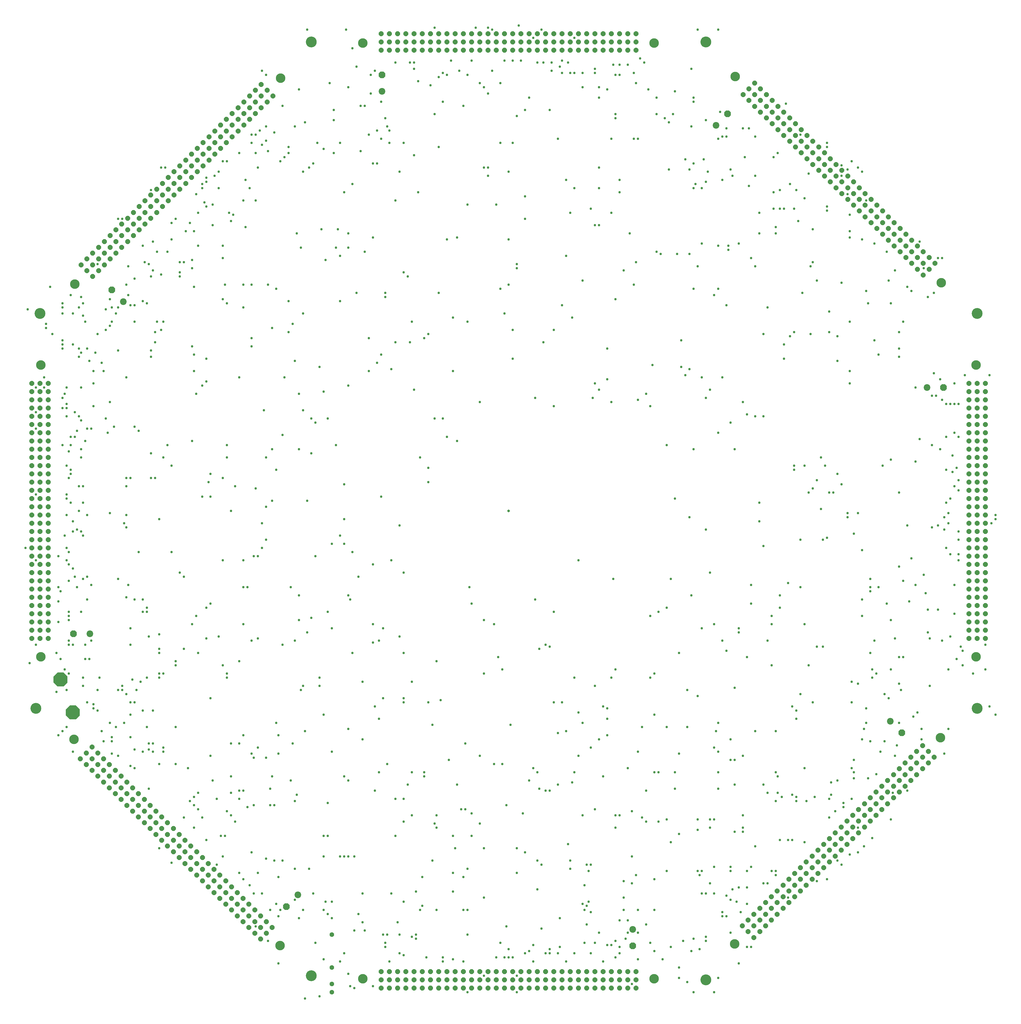
<source format=gbr>
G04 EAGLE Gerber RS-274X export*
G75*
%MOMM*%
%FSLAX34Y34*%
%LPD*%
%INSoldermask Top*%
%IPPOS*%
%AMOC8*
5,1,8,0,0,1.08239X$1,22.5*%
G01*
%ADD10C,0.802400*%
%ADD11C,3.352400*%
%ADD12P,1.649562X8X202.500000*%
%ADD13C,2.946400*%
%ADD14P,1.649562X8X292.500000*%
%ADD15P,1.649562X8X112.500000*%
%ADD16P,1.649562X8X67.500000*%
%ADD17P,1.649562X8X157.500000*%
%ADD18P,1.649562X8X337.500000*%
%ADD19P,1.649562X8X247.500000*%
%ADD20P,4.673760X8X22.500000*%
%ADD21P,1.484606X8X292.500000*%
%ADD22P,1.484606X8X112.500000*%
%ADD23C,2.057400*%
%ADD24P,2.226909X8X202.500000*%
%ADD25P,2.226909X8X247.500000*%
%ADD26P,2.226909X8X292.500000*%
%ADD27P,2.226909X8X337.500000*%
%ADD28P,2.226909X8X22.500000*%
%ADD29P,2.226909X8X67.500000*%
%ADD30P,1.649562X8X22.500000*%
%ADD31P,2.226909X8X112.500000*%
%ADD32P,2.226909X8X157.500000*%
%ADD33C,0.762000*%


D10*
X0Y0D03*
D11*
X-609600Y1447800D03*
X609600Y1447800D03*
X1447800Y609600D03*
X1447800Y-609600D03*
X-1447800Y609600D03*
X-1460500Y-609600D03*
X609600Y-1447800D03*
X-609600Y-1435100D03*
D12*
X-1422400Y-393700D03*
X-1422400Y-368300D03*
X-1422400Y-342900D03*
X-1422400Y-317500D03*
X-1422400Y-292100D03*
X-1422400Y-266700D03*
X-1422400Y-241300D03*
X-1422400Y-215900D03*
X-1422400Y-190500D03*
X-1422400Y-165100D03*
X-1422400Y-139700D03*
X-1422400Y-114300D03*
X-1422400Y-88900D03*
X-1422400Y-63500D03*
X-1422400Y-38100D03*
X-1422400Y-12700D03*
X-1422400Y12700D03*
X-1422400Y38100D03*
X-1422400Y63500D03*
X-1422400Y88900D03*
X-1422400Y114300D03*
X-1422400Y139700D03*
X-1422400Y165100D03*
X-1422400Y190500D03*
X-1422400Y215900D03*
X-1422400Y241300D03*
X-1422400Y266700D03*
X-1422400Y292100D03*
X-1422400Y317500D03*
X-1422400Y342900D03*
X-1422400Y368300D03*
X-1422400Y393700D03*
X-1473200Y-393700D03*
X-1473200Y-368300D03*
X-1473200Y-342900D03*
X-1473200Y-317500D03*
X-1473200Y-292100D03*
X-1473200Y-266700D03*
X-1473200Y-241300D03*
X-1473200Y-215900D03*
X-1473200Y-190500D03*
X-1473200Y-165100D03*
X-1473200Y-139700D03*
X-1473200Y-114300D03*
X-1473200Y-88900D03*
X-1473200Y-63500D03*
X-1473200Y-38100D03*
X-1473200Y-12700D03*
X-1473200Y12700D03*
X-1473200Y38100D03*
X-1473200Y63500D03*
X-1473200Y88900D03*
X-1473200Y114300D03*
X-1473200Y139700D03*
X-1473200Y165100D03*
X-1473200Y190500D03*
X-1473200Y215900D03*
X-1473200Y241300D03*
X-1473200Y266700D03*
X-1473200Y292100D03*
X-1473200Y317500D03*
X-1473200Y342900D03*
X-1473200Y368300D03*
X-1473200Y393700D03*
X-1447800Y-393700D03*
X-1447800Y-368300D03*
X-1447800Y-342900D03*
X-1447800Y-317500D03*
X-1447800Y-292100D03*
X-1447800Y-266700D03*
X-1447800Y-241300D03*
X-1447800Y-215900D03*
X-1447800Y-190500D03*
X-1447800Y-165100D03*
X-1447800Y-139700D03*
X-1447800Y-114300D03*
X-1447800Y-88900D03*
X-1447800Y-63500D03*
X-1447800Y-38100D03*
X-1447800Y-12700D03*
X-1447800Y12700D03*
X-1447800Y38100D03*
X-1447800Y63500D03*
X-1447800Y88900D03*
X-1447800Y114300D03*
X-1447800Y139700D03*
X-1447800Y165100D03*
X-1447800Y190500D03*
X-1447800Y215900D03*
X-1447800Y241300D03*
X-1447800Y266700D03*
X-1447800Y292100D03*
X-1447800Y317500D03*
X-1447800Y342900D03*
X-1447800Y368300D03*
X-1447800Y393700D03*
D13*
X-1444752Y-450088D03*
X-1444752Y450088D03*
D14*
X393700Y-1422400D03*
X368300Y-1422400D03*
X342900Y-1422400D03*
X317500Y-1422400D03*
X292100Y-1422400D03*
X266700Y-1422400D03*
X241300Y-1422400D03*
X215900Y-1422400D03*
X190500Y-1422400D03*
X165100Y-1422400D03*
X139700Y-1422400D03*
X114300Y-1422400D03*
X88900Y-1422400D03*
X63500Y-1422400D03*
X38100Y-1422400D03*
X12700Y-1422400D03*
X-12700Y-1422400D03*
X-38100Y-1422400D03*
X-63500Y-1422400D03*
X-88900Y-1422400D03*
X-114300Y-1422400D03*
X-139700Y-1422400D03*
X-165100Y-1422400D03*
X-190500Y-1422400D03*
X-215900Y-1422400D03*
X-241300Y-1422400D03*
X-266700Y-1422400D03*
X-292100Y-1422400D03*
X-317500Y-1422400D03*
X-342900Y-1422400D03*
X-368300Y-1422400D03*
X-393700Y-1422400D03*
X393700Y-1473200D03*
X368300Y-1473200D03*
X342900Y-1473200D03*
X317500Y-1473200D03*
X292100Y-1473200D03*
X266700Y-1473200D03*
X241300Y-1473200D03*
X215900Y-1473200D03*
X190500Y-1473200D03*
X165100Y-1473200D03*
X139700Y-1473200D03*
X114300Y-1473200D03*
X88900Y-1473200D03*
X63500Y-1473200D03*
X38100Y-1473200D03*
X12700Y-1473200D03*
X-12700Y-1473200D03*
X-38100Y-1473200D03*
X-63500Y-1473200D03*
X-88900Y-1473200D03*
X-114300Y-1473200D03*
X-139700Y-1473200D03*
X-165100Y-1473200D03*
X-190500Y-1473200D03*
X-215900Y-1473200D03*
X-241300Y-1473200D03*
X-266700Y-1473200D03*
X-292100Y-1473200D03*
X-317500Y-1473200D03*
X-342900Y-1473200D03*
X-368300Y-1473200D03*
X-393700Y-1473200D03*
X393700Y-1447800D03*
X368300Y-1447800D03*
X342900Y-1447800D03*
X317500Y-1447800D03*
X292100Y-1447800D03*
X266700Y-1447800D03*
X241300Y-1447800D03*
X215900Y-1447800D03*
X190500Y-1447800D03*
X165100Y-1447800D03*
X139700Y-1447800D03*
X114300Y-1447800D03*
X88900Y-1447800D03*
X63500Y-1447800D03*
X38100Y-1447800D03*
X12700Y-1447800D03*
X-12700Y-1447800D03*
X-38100Y-1447800D03*
X-63500Y-1447800D03*
X-88900Y-1447800D03*
X-114300Y-1447800D03*
X-139700Y-1447800D03*
X-165100Y-1447800D03*
X-190500Y-1447800D03*
X-215900Y-1447800D03*
X-241300Y-1447800D03*
X-266700Y-1447800D03*
X-292100Y-1447800D03*
X-317500Y-1447800D03*
X-342900Y-1447800D03*
X-368300Y-1447800D03*
X-393700Y-1447800D03*
D13*
X450088Y-1444752D03*
X-450088Y-1444752D03*
D15*
X-393700Y1422400D03*
X-368300Y1422400D03*
X-342900Y1422400D03*
X-317500Y1422400D03*
X-292100Y1422400D03*
X-266700Y1422400D03*
X-241300Y1422400D03*
X-215900Y1422400D03*
X-190500Y1422400D03*
X-165100Y1422400D03*
X-139700Y1422400D03*
X-114300Y1422400D03*
X-88900Y1422400D03*
X-63500Y1422400D03*
X-38100Y1422400D03*
X-12700Y1422400D03*
X12700Y1422400D03*
X38100Y1422400D03*
X63500Y1422400D03*
X88900Y1422400D03*
X114300Y1422400D03*
X139700Y1422400D03*
X165100Y1422400D03*
X190500Y1422400D03*
X215900Y1422400D03*
X241300Y1422400D03*
X266700Y1422400D03*
X292100Y1422400D03*
X317500Y1422400D03*
X342900Y1422400D03*
X368300Y1422400D03*
X393700Y1422400D03*
X-393700Y1473200D03*
X-368300Y1473200D03*
X-342900Y1473200D03*
X-317500Y1473200D03*
X-292100Y1473200D03*
X-266700Y1473200D03*
X-241300Y1473200D03*
X-215900Y1473200D03*
X-190500Y1473200D03*
X-165100Y1473200D03*
X-139700Y1473200D03*
X-114300Y1473200D03*
X-88900Y1473200D03*
X-63500Y1473200D03*
X-38100Y1473200D03*
X-12700Y1473200D03*
X12700Y1473200D03*
X38100Y1473200D03*
X63500Y1473200D03*
X88900Y1473200D03*
X114300Y1473200D03*
X139700Y1473200D03*
X165100Y1473200D03*
X190500Y1473200D03*
X215900Y1473200D03*
X241300Y1473200D03*
X266700Y1473200D03*
X292100Y1473200D03*
X317500Y1473200D03*
X342900Y1473200D03*
X368300Y1473200D03*
X393700Y1473200D03*
X-393700Y1447800D03*
X-368300Y1447800D03*
X-342900Y1447800D03*
X-317500Y1447800D03*
X-292100Y1447800D03*
X-266700Y1447800D03*
X-241300Y1447800D03*
X-215900Y1447800D03*
X-190500Y1447800D03*
X-165100Y1447800D03*
X-139700Y1447800D03*
X-114300Y1447800D03*
X-88900Y1447800D03*
X-63500Y1447800D03*
X-38100Y1447800D03*
X-12700Y1447800D03*
X12700Y1447800D03*
X38100Y1447800D03*
X63500Y1447800D03*
X88900Y1447800D03*
X114300Y1447800D03*
X139700Y1447800D03*
X165100Y1447800D03*
X190500Y1447800D03*
X215900Y1447800D03*
X241300Y1447800D03*
X266700Y1447800D03*
X292100Y1447800D03*
X317500Y1447800D03*
X342900Y1447800D03*
X368300Y1447800D03*
X393700Y1447800D03*
D13*
X-450088Y1444752D03*
X450088Y1444752D03*
D16*
X724829Y1285109D03*
X742790Y1267148D03*
X760750Y1249188D03*
X778711Y1231227D03*
X796671Y1213267D03*
X814632Y1195306D03*
X832592Y1177346D03*
X850553Y1159385D03*
X868513Y1141425D03*
X886474Y1123464D03*
X904434Y1105504D03*
X922395Y1087543D03*
X940355Y1069583D03*
X958316Y1051622D03*
X976276Y1033662D03*
X994237Y1015701D03*
X1012197Y997741D03*
X1030158Y979780D03*
X1048118Y961820D03*
X1066079Y943859D03*
X1084039Y925899D03*
X1102000Y907938D03*
X1119960Y889978D03*
X1137921Y872017D03*
X1155881Y854057D03*
X1173842Y836096D03*
X1191802Y818136D03*
X1209763Y800175D03*
X1227723Y782215D03*
X1245684Y764254D03*
X1263644Y746293D03*
X1281605Y728333D03*
X760750Y1321030D03*
X778711Y1303069D03*
X796671Y1285109D03*
X814632Y1267148D03*
X832592Y1249188D03*
X850553Y1231227D03*
X868513Y1213267D03*
X886474Y1195306D03*
X904434Y1177346D03*
X922395Y1159385D03*
X940355Y1141425D03*
X958316Y1123464D03*
X976276Y1105504D03*
X994237Y1087543D03*
X1012197Y1069583D03*
X1030158Y1051622D03*
X1048118Y1033662D03*
X1066079Y1015701D03*
X1084039Y997741D03*
X1102000Y979780D03*
X1119960Y961820D03*
X1137921Y943859D03*
X1155881Y925899D03*
X1173842Y907938D03*
X1191802Y889978D03*
X1209763Y872017D03*
X1227723Y854057D03*
X1245684Y836096D03*
X1263644Y818136D03*
X1281605Y800175D03*
X1299565Y782215D03*
X1317526Y764254D03*
X742790Y1303069D03*
X760750Y1285109D03*
X778711Y1267148D03*
X796671Y1249188D03*
X814632Y1231227D03*
X832592Y1213267D03*
X850553Y1195306D03*
X868513Y1177346D03*
X886474Y1159385D03*
X904434Y1141425D03*
X922395Y1123464D03*
X940355Y1105504D03*
X958316Y1087543D03*
X976276Y1069583D03*
X994237Y1051622D03*
X1012197Y1033662D03*
X1030158Y1015701D03*
X1048118Y997741D03*
X1066079Y979780D03*
X1084039Y961820D03*
X1102000Y943859D03*
X1119960Y925899D03*
X1137921Y907938D03*
X1155881Y889978D03*
X1173842Y872017D03*
X1191802Y854057D03*
X1209763Y836096D03*
X1227723Y818136D03*
X1245684Y800175D03*
X1263644Y782215D03*
X1281605Y764254D03*
X1299565Y746293D03*
D13*
X700762Y1340786D03*
X1337282Y704266D03*
D17*
X-1284769Y724009D03*
X-1266809Y741970D03*
X-1248848Y759930D03*
X-1230888Y777891D03*
X-1212927Y795851D03*
X-1194967Y813812D03*
X-1177006Y831772D03*
X-1159046Y849733D03*
X-1141085Y867694D03*
X-1123125Y885654D03*
X-1105164Y903615D03*
X-1087204Y921575D03*
X-1069243Y939536D03*
X-1051283Y957496D03*
X-1033322Y975457D03*
X-1015362Y993417D03*
X-997401Y1011378D03*
X-979441Y1029338D03*
X-961480Y1047299D03*
X-943520Y1065259D03*
X-925559Y1083220D03*
X-907599Y1101180D03*
X-889638Y1119141D03*
X-871678Y1137101D03*
X-853717Y1155062D03*
X-835757Y1173022D03*
X-817796Y1190983D03*
X-799836Y1208943D03*
X-781875Y1226904D03*
X-763915Y1244864D03*
X-745954Y1262825D03*
X-727994Y1280785D03*
X-1320690Y759930D03*
X-1302730Y777891D03*
X-1284769Y795851D03*
X-1266809Y813812D03*
X-1248848Y831772D03*
X-1230888Y849733D03*
X-1212927Y867694D03*
X-1194967Y885654D03*
X-1177006Y903615D03*
X-1159046Y921575D03*
X-1141085Y939536D03*
X-1123125Y957496D03*
X-1105164Y975457D03*
X-1087204Y993417D03*
X-1069243Y1011378D03*
X-1051283Y1029338D03*
X-1033322Y1047299D03*
X-1015362Y1065259D03*
X-997401Y1083220D03*
X-979441Y1101180D03*
X-961480Y1119141D03*
X-943520Y1137101D03*
X-925559Y1155062D03*
X-907599Y1173022D03*
X-889638Y1190983D03*
X-871678Y1208943D03*
X-853717Y1226904D03*
X-835757Y1244864D03*
X-817796Y1262825D03*
X-799836Y1280785D03*
X-781875Y1298746D03*
X-763915Y1316706D03*
X-1302730Y741970D03*
X-1284769Y759930D03*
X-1266809Y777891D03*
X-1248848Y795851D03*
X-1230888Y813812D03*
X-1212927Y831772D03*
X-1194967Y849733D03*
X-1177006Y867694D03*
X-1159046Y885654D03*
X-1141085Y903615D03*
X-1123125Y921575D03*
X-1105164Y939536D03*
X-1087204Y957496D03*
X-1069243Y975457D03*
X-1051283Y993417D03*
X-1033322Y1011378D03*
X-1015362Y1029338D03*
X-997401Y1047299D03*
X-979441Y1065259D03*
X-961480Y1083220D03*
X-943520Y1101180D03*
X-925559Y1119141D03*
X-907599Y1137101D03*
X-889638Y1155062D03*
X-871678Y1173022D03*
X-853717Y1190983D03*
X-835757Y1208943D03*
X-817796Y1226904D03*
X-799836Y1244864D03*
X-781875Y1262825D03*
X-763915Y1280785D03*
X-745954Y1298746D03*
D13*
X-1340447Y699942D03*
X-703926Y1336463D03*
D18*
X1279245Y-724274D03*
X1261284Y-742234D03*
X1243324Y-760195D03*
X1225363Y-778155D03*
X1207403Y-796116D03*
X1189442Y-814076D03*
X1171481Y-832037D03*
X1153521Y-849997D03*
X1135560Y-867958D03*
X1117600Y-885918D03*
X1099639Y-903879D03*
X1081679Y-921839D03*
X1063718Y-939800D03*
X1045758Y-957760D03*
X1027797Y-975721D03*
X1009837Y-993682D03*
X991876Y-1011642D03*
X973916Y-1029603D03*
X955955Y-1047563D03*
X937995Y-1065524D03*
X920034Y-1083484D03*
X902074Y-1101445D03*
X884113Y-1119405D03*
X866153Y-1137366D03*
X848192Y-1155326D03*
X830232Y-1173287D03*
X812271Y-1191247D03*
X794311Y-1209208D03*
X776350Y-1227168D03*
X758390Y-1245129D03*
X740429Y-1263089D03*
X722469Y-1281050D03*
X1315166Y-760195D03*
X1297205Y-778155D03*
X1279245Y-796116D03*
X1261284Y-814076D03*
X1243324Y-832037D03*
X1225363Y-849997D03*
X1207403Y-867958D03*
X1189442Y-885918D03*
X1171481Y-903879D03*
X1153521Y-921839D03*
X1135560Y-939800D03*
X1117600Y-957760D03*
X1099639Y-975721D03*
X1081679Y-993682D03*
X1063718Y-1011642D03*
X1045758Y-1029603D03*
X1027797Y-1047563D03*
X1009837Y-1065524D03*
X991876Y-1083484D03*
X973916Y-1101445D03*
X955955Y-1119405D03*
X937995Y-1137366D03*
X920034Y-1155326D03*
X902074Y-1173287D03*
X884113Y-1191247D03*
X866153Y-1209208D03*
X848192Y-1227168D03*
X830232Y-1245129D03*
X812271Y-1263089D03*
X794311Y-1281050D03*
X776350Y-1299010D03*
X758390Y-1316971D03*
X1297205Y-742234D03*
X1279245Y-760195D03*
X1261284Y-778155D03*
X1243324Y-796116D03*
X1225363Y-814076D03*
X1207403Y-832037D03*
X1189442Y-849997D03*
X1171481Y-867958D03*
X1153521Y-885918D03*
X1135560Y-903879D03*
X1117600Y-921839D03*
X1099639Y-939800D03*
X1081679Y-957760D03*
X1063718Y-975721D03*
X1045758Y-993682D03*
X1027797Y-1011642D03*
X1009837Y-1029603D03*
X991876Y-1047563D03*
X973916Y-1065524D03*
X955955Y-1083484D03*
X937995Y-1101445D03*
X920034Y-1119405D03*
X902074Y-1137366D03*
X884113Y-1155326D03*
X866153Y-1173287D03*
X848192Y-1191247D03*
X830232Y-1209208D03*
X812271Y-1227168D03*
X794311Y-1245129D03*
X776350Y-1263089D03*
X758390Y-1281050D03*
X740429Y-1299010D03*
D13*
X1334922Y-700207D03*
X698402Y-1336727D03*
D19*
X-730173Y-1286046D03*
X-748133Y-1268085D03*
X-766094Y-1250125D03*
X-784054Y-1232164D03*
X-802015Y-1214204D03*
X-819975Y-1196243D03*
X-837936Y-1178283D03*
X-855896Y-1160322D03*
X-873857Y-1142362D03*
X-891817Y-1124401D03*
X-909778Y-1106441D03*
X-927738Y-1088480D03*
X-945699Y-1070520D03*
X-963659Y-1052559D03*
X-981620Y-1034599D03*
X-999580Y-1016638D03*
X-1017541Y-998678D03*
X-1035501Y-980717D03*
X-1053462Y-962757D03*
X-1071422Y-944796D03*
X-1089383Y-926836D03*
X-1107343Y-908875D03*
X-1125304Y-890915D03*
X-1143264Y-872954D03*
X-1161225Y-854994D03*
X-1179185Y-837033D03*
X-1197146Y-819073D03*
X-1215106Y-801112D03*
X-1233067Y-783151D03*
X-1251027Y-765191D03*
X-1268988Y-747230D03*
X-1286948Y-729270D03*
X-766094Y-1321967D03*
X-784054Y-1304006D03*
X-802015Y-1286046D03*
X-819975Y-1268085D03*
X-837936Y-1250125D03*
X-855896Y-1232164D03*
X-873857Y-1214204D03*
X-891817Y-1196243D03*
X-909778Y-1178283D03*
X-927738Y-1160322D03*
X-945699Y-1142362D03*
X-963659Y-1124401D03*
X-981620Y-1106441D03*
X-999580Y-1088480D03*
X-1017541Y-1070520D03*
X-1035501Y-1052559D03*
X-1053462Y-1034599D03*
X-1071422Y-1016638D03*
X-1089383Y-998678D03*
X-1107343Y-980717D03*
X-1125304Y-962757D03*
X-1143264Y-944796D03*
X-1161225Y-926836D03*
X-1179185Y-908875D03*
X-1197146Y-890915D03*
X-1215106Y-872954D03*
X-1233067Y-854994D03*
X-1251027Y-837033D03*
X-1268988Y-819073D03*
X-1286948Y-801112D03*
X-1304909Y-783151D03*
X-1322869Y-765191D03*
X-748133Y-1304006D03*
X-766094Y-1286046D03*
X-784054Y-1268085D03*
X-802015Y-1250125D03*
X-819975Y-1232164D03*
X-837936Y-1214204D03*
X-855896Y-1196243D03*
X-873857Y-1178283D03*
X-891817Y-1160322D03*
X-909778Y-1142362D03*
X-927738Y-1124401D03*
X-945699Y-1106441D03*
X-963659Y-1088480D03*
X-981620Y-1070520D03*
X-999580Y-1052559D03*
X-1017541Y-1034599D03*
X-1035501Y-1016638D03*
X-1053462Y-998678D03*
X-1071422Y-980717D03*
X-1089383Y-962757D03*
X-1107343Y-944796D03*
X-1125304Y-926836D03*
X-1143264Y-908875D03*
X-1161225Y-890915D03*
X-1179185Y-872954D03*
X-1197146Y-854994D03*
X-1215106Y-837033D03*
X-1233067Y-819073D03*
X-1251027Y-801112D03*
X-1268988Y-783151D03*
X-1286948Y-765191D03*
X-1304909Y-747230D03*
D13*
X-706105Y-1341723D03*
X-1342626Y-705203D03*
D20*
X-1384300Y-520700D03*
X-1346200Y-622300D03*
D21*
X-546100Y-1460500D03*
X-546100Y-1485900D03*
D22*
X-546100Y-1409700D03*
X-546100Y-1308100D03*
D23*
X-1293859Y-379459D03*
D24*
X-1344659Y-379459D03*
D23*
X-650782Y-1185458D03*
D25*
X-686703Y-1221379D03*
D23*
X383817Y-1291680D03*
D26*
X383817Y-1342480D03*
D23*
X1179559Y-649241D03*
D27*
X1215480Y-685162D03*
D23*
X1293221Y381000D03*
D28*
X1344021Y381000D03*
D23*
X640899Y1190080D03*
D29*
X676820Y1226001D03*
D30*
X1422400Y393700D03*
X1422400Y368300D03*
X1422400Y342900D03*
X1422400Y317500D03*
X1422400Y292100D03*
X1422400Y266700D03*
X1422400Y241300D03*
X1422400Y215900D03*
X1422400Y190500D03*
X1422400Y165100D03*
X1422400Y139700D03*
X1422400Y114300D03*
X1422400Y88900D03*
X1422400Y63500D03*
X1422400Y38100D03*
X1422400Y12700D03*
X1422400Y-12700D03*
X1422400Y-38100D03*
X1422400Y-63500D03*
X1422400Y-88900D03*
X1422400Y-114300D03*
X1422400Y-139700D03*
X1422400Y-165100D03*
X1422400Y-190500D03*
X1422400Y-215900D03*
X1422400Y-241300D03*
X1422400Y-266700D03*
X1422400Y-292100D03*
X1422400Y-317500D03*
X1422400Y-342900D03*
X1422400Y-368300D03*
X1422400Y-393700D03*
X1473200Y393700D03*
X1473200Y368300D03*
X1473200Y342900D03*
X1473200Y317500D03*
X1473200Y292100D03*
X1473200Y266700D03*
X1473200Y241300D03*
X1473200Y215900D03*
X1473200Y190500D03*
X1473200Y165100D03*
X1473200Y139700D03*
X1473200Y114300D03*
X1473200Y88900D03*
X1473200Y63500D03*
X1473200Y38100D03*
X1473200Y12700D03*
X1473200Y-12700D03*
X1473200Y-38100D03*
X1473200Y-63500D03*
X1473200Y-88900D03*
X1473200Y-114300D03*
X1473200Y-139700D03*
X1473200Y-165100D03*
X1473200Y-190500D03*
X1473200Y-215900D03*
X1473200Y-241300D03*
X1473200Y-266700D03*
X1473200Y-292100D03*
X1473200Y-317500D03*
X1473200Y-342900D03*
X1473200Y-368300D03*
X1473200Y-393700D03*
X1447800Y393700D03*
X1447800Y368300D03*
X1447800Y342900D03*
X1447800Y317500D03*
X1447800Y292100D03*
X1447800Y266700D03*
X1447800Y241300D03*
X1447800Y215900D03*
X1447800Y190500D03*
X1447800Y165100D03*
X1447800Y139700D03*
X1447800Y114300D03*
X1447800Y88900D03*
X1447800Y63500D03*
X1447800Y38100D03*
X1447800Y12700D03*
X1447800Y-12700D03*
X1447800Y-38100D03*
X1447800Y-63500D03*
X1447800Y-88900D03*
X1447800Y-114300D03*
X1447800Y-139700D03*
X1447800Y-165100D03*
X1447800Y-190500D03*
X1447800Y-215900D03*
X1447800Y-241300D03*
X1447800Y-266700D03*
X1447800Y-292100D03*
X1447800Y-317500D03*
X1447800Y-342900D03*
X1447800Y-368300D03*
X1447800Y-393700D03*
D13*
X1444752Y450088D03*
X1444752Y-450088D03*
D23*
X-390618Y1295400D03*
D31*
X-390618Y1346200D03*
D23*
X-1190080Y646159D03*
D32*
X-1226001Y682080D03*
D33*
X-647700Y-336550D03*
X-1358900Y-336550D03*
X412750Y-946150D03*
X-736600Y-908050D03*
X1193800Y-755650D03*
X723900Y-755650D03*
X723900Y-939800D03*
X-1174750Y666750D03*
X-869950Y641350D03*
X730250Y1092200D03*
X-406400Y1073150D03*
X723900Y336550D03*
X438150Y-1333500D03*
X438150Y-514350D03*
X1123950Y-514350D03*
X-1358900Y-323850D03*
X438150Y-323850D03*
X-1327150Y628650D03*
X-1327150Y501650D03*
X-965200Y361950D03*
X-965200Y-323850D03*
X-736600Y-1231900D03*
X-609600Y-330200D03*
X-469900Y1371600D03*
X-495300Y-260350D03*
X1365250Y330200D03*
X438150Y323850D03*
X482600Y1212850D03*
X-704850Y-1231900D03*
X463550Y-958850D03*
X1263650Y-622300D03*
X641350Y-679450D03*
X463550Y-806450D03*
X-1390650Y-342900D03*
X-1301750Y-273050D03*
X-1289050Y254000D03*
X-1377950Y514350D03*
X-1377950Y628650D03*
X-552450Y1320800D03*
X-495300Y387350D03*
X-1320800Y381000D03*
X1339850Y342900D03*
X393700Y1320800D03*
X425450Y361950D03*
X412750Y-666750D03*
X-1428750Y577850D03*
X-1377950Y609600D03*
X-1377950Y527050D03*
X-793750Y533400D03*
X-800100Y996950D03*
X400050Y1149350D03*
X12700Y1136650D03*
X12700Y558800D03*
X1295400Y660400D03*
X1016000Y463550D03*
X12700Y469900D03*
X527050Y-996950D03*
X527050Y-1409700D03*
X736600Y-1346200D03*
X-1365250Y-666750D03*
X-1295400Y-457200D03*
X-222250Y-463550D03*
X-171450Y-1003300D03*
X1206500Y-533400D03*
X1079500Y-533400D03*
X368300Y1377950D03*
X387350Y698500D03*
X1231900Y692150D03*
X1301750Y-393700D03*
X-450850Y-1270000D03*
X241300Y-1276350D03*
X-1377950Y317500D03*
X-1282700Y393700D03*
X-1231900Y-6350D03*
X-1231900Y-654050D03*
X-768350Y1174750D03*
X-914400Y946150D03*
X-946150Y387350D03*
X-342900Y-1270000D03*
X-349250Y-1003300D03*
X374650Y857250D03*
X-914400Y882650D03*
X-260350Y-819150D03*
X-273050Y-1231900D03*
X692150Y-1168400D03*
X787400Y-1149350D03*
X800100Y-869950D03*
X-1435100Y381000D03*
X-1231900Y571500D03*
X-730250Y565150D03*
X-723900Y1168400D03*
X431800Y1301750D03*
X444500Y450850D03*
X1257300Y381000D03*
X1295400Y-304800D03*
X-793750Y508000D03*
X425450Y-863600D03*
X-1365250Y330200D03*
X-1225550Y-698500D03*
X-793750Y1162050D03*
X-933450Y939800D03*
X-933450Y469900D03*
X-971550Y431800D03*
X-1250950Y431800D03*
X-419100Y-1466850D03*
X-488950Y-1466850D03*
X-431800Y431800D03*
X304800Y1301750D03*
X304800Y406400D03*
X609600Y-1327150D03*
X622300Y-1149350D03*
X355600Y-1143000D03*
X1206500Y501650D03*
X304800Y501650D03*
X1123950Y-488950D03*
X330200Y-488950D03*
X812800Y-1111250D03*
X971550Y-419100D03*
X1397000Y-419100D03*
X-584200Y-1498600D03*
X-571500Y-628650D03*
X-1168400Y-628650D03*
X-1206500Y-755650D03*
X-1460500Y381000D03*
X-1377950Y349250D03*
X-571500Y368300D03*
X-539750Y1238250D03*
X-533400Y812800D03*
X457200Y1225550D03*
X457200Y800100D03*
X-520700Y787400D03*
X679450Y806450D03*
X971550Y-88900D03*
X901700Y-88900D03*
X908050Y673100D03*
X-412750Y-863600D03*
X-508000Y-819150D03*
X-1333500Y247650D03*
X-1371600Y-76200D03*
X-508000Y-101600D03*
X-590550Y1136650D03*
X-546100Y-101600D03*
X323850Y1377950D03*
X-25400Y1320800D03*
X-25400Y1136650D03*
X571500Y-1320800D03*
X565150Y-260350D03*
X1377950Y-317500D03*
X850900Y469900D03*
X838200Y-260350D03*
X-495300Y-1428750D03*
X-495300Y-1066800D03*
X-1225550Y-749300D03*
X-1320800Y190500D03*
X-730250Y190500D03*
X-742950Y1111250D03*
X749300Y-1346200D03*
X590550Y-1352550D03*
X590550Y-1123950D03*
X825500Y-1123950D03*
X844550Y-882650D03*
X927100Y-476250D03*
X1403350Y-476250D03*
X1206500Y552450D03*
X990600Y552450D03*
X990600Y57150D03*
X927100Y57150D03*
X342900Y1346200D03*
X342900Y1022350D03*
X-742950Y698500D03*
X0Y698500D03*
X-1206500Y-552450D03*
X-1187450Y-38100D03*
X-762000Y-38100D03*
X-1339850Y304800D03*
X-755650Y311150D03*
X-749300Y1143000D03*
X-50800Y1485900D03*
X1219200Y-450850D03*
X1174750Y711200D03*
X-323850Y-1371600D03*
X330200Y-1377950D03*
X-1155700Y-793750D03*
X-1155700Y-736600D03*
X-958850Y-920750D03*
X-546100Y-1206500D03*
X-323850Y-1206500D03*
X1193800Y-393700D03*
X-336550Y-387350D03*
X-406400Y457200D03*
X-1358900Y-311150D03*
X-920750Y-285750D03*
X-901700Y-889000D03*
X-857250Y-939800D03*
X-1244600Y622300D03*
X-1282700Y431800D03*
X-927100Y88900D03*
X-292100Y1384300D03*
X-247650Y133350D03*
X292100Y-1390650D03*
X292100Y-603250D03*
X831850Y-869950D03*
X831850Y-819150D03*
X292100Y-819150D03*
X787400Y546100D03*
X-247650Y546100D03*
X787400Y292100D03*
X-660400Y-1200150D03*
X368300Y-1301750D03*
X381000Y-1149350D03*
X247650Y-1111250D03*
X228600Y-939800D03*
X-146050Y-920750D03*
X1346200Y-749300D03*
X1104900Y-654050D03*
X228600Y-654050D03*
X-1460500Y-412750D03*
X-1308100Y-457200D03*
X-1308100Y-412750D03*
X-1111250Y-736600D03*
X-1066800Y-730250D03*
X-1079500Y-501650D03*
X-774700Y-393700D03*
X-774700Y-139700D03*
X-1301750Y501650D03*
X-977900Y508000D03*
X723900Y1181100D03*
X571500Y996950D03*
X571500Y685800D03*
X647700Y685800D03*
X647700Y-654050D03*
X1377950Y241300D03*
X647700Y241300D03*
X1054100Y-1060450D03*
X-1371600Y-488950D03*
X-869950Y-514350D03*
X-869950Y-927100D03*
X-1308100Y584200D03*
X-1276350Y488950D03*
X-584200Y444500D03*
X-584200Y-514350D03*
X-393700Y1263650D03*
X-361950Y438150D03*
X571500Y1263650D03*
X-139700Y1250950D03*
X-152400Y1358900D03*
X546100Y419100D03*
X685800Y-1301750D03*
X685800Y-1200150D03*
X241300Y-1219200D03*
X203200Y-514350D03*
X-1390650Y-279400D03*
X-1181100Y-266700D03*
X254000Y-1238250D03*
X254000Y-1365250D03*
X1149350Y-742950D03*
X1181100Y158750D03*
X965200Y165100D03*
X234950Y-1231900D03*
X196850Y-838200D03*
X-539750Y1104900D03*
X831850Y1104900D03*
X-717550Y-1212850D03*
X-723900Y-1079500D03*
X-673100Y-234950D03*
X-647700Y-260350D03*
X-1384300Y-247650D03*
X266700Y-1333500D03*
X266700Y-920750D03*
X-133350Y-920750D03*
X-133350Y-717550D03*
X-666750Y-717550D03*
X1060450Y-527050D03*
X266700Y-539750D03*
X1390650Y228600D03*
X1346200Y-19050D03*
X1047750Y-19050D03*
X-1092200Y552450D03*
X-679450Y552450D03*
X546100Y1085850D03*
X558800Y-19050D03*
X-304800Y1384300D03*
X-298450Y584200D03*
X-819150Y-1136650D03*
X-971550Y-882650D03*
X-1028700Y-476250D03*
X-1384300Y-457200D03*
X400050Y-1301750D03*
X425450Y-1276350D03*
X425450Y-958850D03*
X-88900Y-965200D03*
X-88900Y-755650D03*
X-787400Y-762000D03*
X1206500Y-654050D03*
X215900Y-622300D03*
X215900Y-755650D03*
X1320800Y355600D03*
X1212850Y-552450D03*
X-1377950Y501650D03*
X603250Y1085850D03*
X609600Y349250D03*
X-482600Y1428750D03*
X-482600Y1009650D03*
X609600Y1016000D03*
X1155700Y139700D03*
X977900Y139700D03*
X-1181100Y698500D03*
X-1079500Y-514350D03*
X-990600Y-793750D03*
X228600Y-1212850D03*
X-1143000Y-127000D03*
X-1143000Y247650D03*
X-412750Y1358900D03*
X-374650Y1187450D03*
X565150Y1187450D03*
X317500Y-1339850D03*
X317500Y-514350D03*
X-787400Y-1181100D03*
X-285750Y-1174750D03*
X-298450Y-527050D03*
X889000Y-882650D03*
X889000Y-641350D03*
X304800Y-641350D03*
X-1358900Y-501650D03*
X-1409700Y546100D03*
X-1117600Y-514350D03*
X-381000Y673100D03*
X-469900Y673100D03*
X-450850Y-527050D03*
X711200Y-1397000D03*
X1079500Y-1054100D03*
X1504950Y-12700D03*
X-349250Y1384300D03*
X-349250Y958850D03*
X889000Y990600D03*
X-800100Y-1155700D03*
X-736600Y-857250D03*
X-1168400Y-590550D03*
X-1314450Y-514350D03*
X-1346200Y609600D03*
X-1346200Y514350D03*
X-1320800Y279400D03*
X-1390650Y-234950D03*
X-349250Y520700D03*
X-1092200Y520700D03*
X1314450Y425450D03*
X984250Y939800D03*
X990600Y615950D03*
X-1079500Y-425450D03*
X-793750Y-400050D03*
X-793750Y-749300D03*
X-711200Y-749300D03*
X-711200Y-1130300D03*
X234950Y-1333500D03*
X190500Y-1104900D03*
X-127000Y-1104900D03*
X-266700Y-1130300D03*
X1066800Y-768350D03*
X698500Y-768350D03*
X-1155700Y717550D03*
X-1155700Y635000D03*
X-819150Y628650D03*
X-971550Y692150D03*
X304800Y-1339850D03*
X304800Y-692150D03*
X1092200Y-704850D03*
X-1136650Y-527050D03*
X-1231900Y654050D03*
X-1206500Y628650D03*
X-635000Y609600D03*
X-635000Y-539750D03*
X-596900Y-1333500D03*
X-584200Y-539750D03*
X-444500Y1250950D03*
X-444500Y800100D03*
X1377950Y330200D03*
X-635000Y311150D03*
X596900Y996950D03*
X596900Y825500D03*
X381000Y-1460500D03*
X539750Y-1327150D03*
X552450Y-552450D03*
X1301750Y-539750D03*
X-946150Y-946150D03*
X-958850Y-438150D03*
X-1397000Y-438150D03*
X-1168400Y635000D03*
X-1168400Y101600D03*
X-1104900Y101600D03*
X-1016000Y-190500D03*
X-323850Y1136650D03*
X-323850Y-190500D03*
X577850Y1009650D03*
X584200Y755650D03*
X-323850Y736600D03*
X1371600Y171450D03*
X571500Y190500D03*
X698500Y-546100D03*
X698500Y190500D03*
X234950Y-1155700D03*
X247650Y-1206500D03*
X635000Y-1181100D03*
X869950Y1009650D03*
X-1117600Y-298450D03*
X-1117600Y641350D03*
X-279400Y984250D03*
X-279400Y1327150D03*
X-774700Y-1117600D03*
X-831850Y-889000D03*
X-933450Y-298450D03*
X1136650Y-812800D03*
X996950Y-876300D03*
X1016000Y114300D03*
X1371600Y120650D03*
X25400Y-1435100D03*
X0Y-1352550D03*
X-381000Y-1346200D03*
X-1358900Y-215900D03*
X-1358900Y-165100D03*
X-361950Y-152400D03*
X-381000Y660400D03*
X-1174750Y755650D03*
X-215900Y1339850D03*
X-215900Y673100D03*
X647700Y1149350D03*
X-215900Y1123950D03*
X-400050Y-806450D03*
X-298450Y-806450D03*
X996950Y-838200D03*
X88900Y-806450D03*
X76200Y-793750D03*
X-1130300Y-311150D03*
X-1130300Y647700D03*
X-571500Y1117600D03*
X-457200Y1111250D03*
X-882650Y654050D03*
X-831850Y-1117600D03*
X-673100Y-831850D03*
X63500Y-831850D03*
X63500Y-1358900D03*
X1187450Y-869950D03*
X1104900Y-609600D03*
X304800Y-609600D03*
X1352550Y127000D03*
X882650Y127000D03*
X876300Y-603250D03*
X984250Y1136650D03*
X1092200Y1047750D03*
X1339850Y781050D03*
X-1130300Y-273050D03*
X-488950Y-273050D03*
X-495300Y-831850D03*
X-1155700Y-273050D03*
X-1149350Y-552450D03*
X-641350Y-552450D03*
X-1352550Y666750D03*
X-1314450Y603250D03*
X-1155700Y584200D03*
X673100Y-1250950D03*
X736600Y-1212850D03*
X787400Y-844550D03*
X825500Y-806450D03*
X1066800Y-806450D03*
X819150Y1092200D03*
X850900Y933450D03*
X825500Y-679450D03*
X762000Y-679450D03*
X762000Y755650D03*
X-1155700Y260350D03*
X762000Y292100D03*
X1016000Y539750D03*
X-292100Y1365250D03*
X-292100Y1098550D03*
X927100Y1041400D03*
X-1390650Y-139700D03*
X-1365250Y317500D03*
X-787400Y-139700D03*
X177800Y-1390650D03*
X177800Y-679450D03*
X-495300Y-673100D03*
X1111250Y-825500D03*
X1117600Y-711200D03*
X1206500Y57150D03*
X1162050Y-711200D03*
X330200Y-1327150D03*
X330200Y-939800D03*
X1035050Y-901700D03*
X-723900Y-908050D03*
X330200Y-977900D03*
X-1270000Y-552450D03*
X-1257300Y-679450D03*
X-857250Y-717550D03*
X-857250Y-819150D03*
X-1130300Y819150D03*
X-1104900Y723900D03*
X-1104900Y495300D03*
X-660400Y463550D03*
X-660400Y-400050D03*
X673100Y1181100D03*
X-368300Y1174750D03*
X-368300Y1136650D03*
X368300Y-1263650D03*
X368300Y-793750D03*
X914400Y-793750D03*
X1003300Y57150D03*
X-50800Y1358900D03*
X-38100Y946150D03*
X914400Y965200D03*
X-876300Y-1003300D03*
X-571500Y-1003300D03*
X-349250Y-889000D03*
X-260350Y-806450D03*
X1016000Y-831850D03*
X495300Y1200150D03*
X495300Y1054100D03*
X-63500Y1060450D03*
X-114300Y1390650D03*
X-381000Y-1333500D03*
X114300Y-1365250D03*
X-1365250Y-152400D03*
X-882650Y-152400D03*
X-882650Y-476250D03*
X-19050Y-488950D03*
X-25400Y-1333500D03*
X-1085850Y800100D03*
X-1085850Y584200D03*
X-869950Y165100D03*
X1060450Y-793750D03*
X-19050Y-781050D03*
X254000Y-1092200D03*
X1035050Y-914400D03*
X1390650Y95250D03*
X1028700Y82550D03*
X-812800Y876300D03*
X-527050Y869950D03*
X-1320800Y-63500D03*
X-520700Y-76200D03*
X-577850Y869950D03*
X1028700Y704850D03*
X-520700Y647700D03*
X50800Y-1054100D03*
X50800Y-1365250D03*
X-1365250Y-114300D03*
X-762000Y-114300D03*
X-793750Y-1054100D03*
X-1104900Y990600D03*
X-1123950Y768350D03*
X-977900Y749300D03*
X-882650Y781050D03*
X-876300Y698500D03*
X-819150Y698500D03*
X990600Y-946150D03*
X-12700Y1390650D03*
X-25400Y685800D03*
X1047750Y-6350D03*
X-1346200Y-63500D03*
X-1346200Y-177800D03*
X-419100Y-165100D03*
X-419100Y844550D03*
X-1041400Y889000D03*
X-1390650Y-692150D03*
X-1212850Y-666750D03*
X-819150Y-692150D03*
X-819150Y-349250D03*
X-419100Y-349250D03*
X127000Y-1352550D03*
X114300Y-412750D03*
X-419100Y-406400D03*
X114300Y-863600D03*
X825500Y876300D03*
X774700Y857250D03*
X774700Y25400D03*
X1352550Y25400D03*
X-977900Y774700D03*
X25400Y749300D03*
X38100Y1390650D03*
X565150Y1365250D03*
X1276350Y-704850D03*
X1276350Y-673100D03*
X1435100Y-501650D03*
X-1041400Y-1085850D03*
X-1460500Y-152400D03*
X-1079500Y-1041400D03*
X-889000Y-1003300D03*
X-908050Y1035050D03*
X0Y1047750D03*
X12700Y1390650D03*
X1358900Y-38100D03*
X774700Y-31750D03*
X762000Y-1035050D03*
X-165100Y-1041400D03*
X0Y-1377950D03*
X-12700Y609600D03*
X800100Y628650D03*
X-76200Y-1041400D03*
X355600Y-1193800D03*
X-76200Y-1193800D03*
X1092200Y-323850D03*
X-76200Y-336550D03*
X-1028700Y-463550D03*
X-76200Y-501650D03*
X825500Y857250D03*
X812800Y-323850D03*
X-1016000Y723900D03*
X63500Y1276350D03*
X50800Y901700D03*
X-1003300Y-946150D03*
X1066800Y-69850D03*
X876300Y-1016000D03*
X876300Y-876300D03*
X990600Y-889000D03*
X984250Y-82550D03*
X1390650Y-88900D03*
X-1003300Y-425450D03*
X95250Y-425450D03*
X95250Y-857250D03*
X-1358900Y101600D03*
X-1181100Y101600D03*
X-1181100Y412750D03*
X279400Y374650D03*
X228600Y1352550D03*
X-882650Y-1066800D03*
X-806450Y-914400D03*
X-831850Y412750D03*
X-222250Y-939800D03*
X-292100Y374650D03*
X584200Y-1111250D03*
X584200Y-984250D03*
X-114300Y-1003300D03*
X1054100Y914400D03*
X571500Y1073150D03*
X-692150Y1092200D03*
X-692150Y412750D03*
X1352550Y-114300D03*
X1346200Y-57150D03*
X609600Y-57150D03*
X622300Y374650D03*
X-571500Y-1066800D03*
X-565150Y-1206500D03*
X-266700Y-1219200D03*
X-1308100Y215900D03*
X-533400Y203200D03*
X-520700Y-1066800D03*
X-850900Y914400D03*
X-869950Y203200D03*
X190500Y1352550D03*
X190500Y920750D03*
X704850Y-1206500D03*
X342900Y-1365250D03*
X203200Y-1365250D03*
X76200Y-1390650D03*
X-139700Y-1390650D03*
X1390650Y-152400D03*
X215900Y-152400D03*
X1054100Y863600D03*
X-882650Y1079500D03*
X-679450Y1104900D03*
X-679450Y647700D03*
X165100Y635000D03*
X165100Y1352550D03*
X1314450Y673100D03*
X1181100Y641350D03*
X-222250Y-977900D03*
X-114300Y-933450D03*
X-139700Y-1231900D03*
X-1314450Y25400D03*
X-1181100Y-12700D03*
X635000Y-1098550D03*
X-139700Y-1130300D03*
X635000Y-952500D03*
X635000Y666750D03*
X622300Y-190500D03*
X1219200Y-215900D03*
X1117600Y-247650D03*
X330200Y1212850D03*
X330200Y654050D03*
X1111250Y641350D03*
X-323850Y-958850D03*
X825500Y-1111250D03*
X825500Y-895350D03*
X-323850Y-889000D03*
X-1352550Y203200D03*
X-1054100Y203200D03*
X-857250Y0D03*
X-844550Y-958850D03*
X-781050Y1104900D03*
X863600Y-222250D03*
X-1301750Y254000D03*
X-609600Y285750D03*
X-635000Y1047750D03*
X-895350Y1047750D03*
X203200Y1352550D03*
X203200Y996950D03*
X-946150Y996950D03*
X-1155700Y-590550D03*
X-209550Y-584200D03*
X-254000Y-1377950D03*
X736600Y-1111250D03*
X736600Y-450850D03*
X-323850Y-438150D03*
X-323850Y-577850D03*
X1270000Y831850D03*
X533400Y444500D03*
X527050Y-438150D03*
X1206500Y-450850D03*
X1143000Y-234950D03*
X-914400Y-831850D03*
X-1314450Y76200D03*
X-1181100Y76200D03*
X-920750Y44450D03*
X-831850Y1104900D03*
X-419100Y1073150D03*
X-393700Y44450D03*
X158750Y1371600D03*
X152400Y1149350D03*
X-393700Y1149350D03*
X1143000Y482600D03*
X-393700Y482600D03*
X800100Y-1149350D03*
X838200Y-298450D03*
X1289050Y-254000D03*
X1168400Y-285750D03*
X-1104900Y476250D03*
X-1098550Y-717550D03*
X-984250Y-895350D03*
X-863600Y920750D03*
X-882650Y101600D03*
X-1092200Y101600D03*
X266700Y1365250D03*
X254000Y933450D03*
X1168400Y800100D03*
X1238250Y-279400D03*
X342900Y1377950D03*
X355600Y742950D03*
X1193800Y742950D03*
X-336550Y-1308100D03*
X-374650Y-1308100D03*
X-374650Y-781050D03*
X-1168400Y-698500D03*
X476250Y-1384300D03*
X450850Y-628650D03*
X-44450Y-781050D03*
X-1365250Y381000D03*
X-749300Y1187450D03*
X-660400Y1187450D03*
X-1219200Y260350D03*
X463550Y-311150D03*
X152400Y-1365250D03*
X127000Y-863600D03*
X-654050Y-876300D03*
X-660400Y-1104900D03*
X-1320800Y-311150D03*
X-1098550Y-615950D03*
X-660400Y-895350D03*
X-1111250Y762000D03*
X-1016000Y736600D03*
X-1079500Y-438150D03*
X-501650Y1485900D03*
X-508000Y984250D03*
X-793750Y698500D03*
X946150Y-882650D03*
X952500Y-419100D03*
X127000Y-419100D03*
X1384300Y133350D03*
X952500Y95250D03*
X901700Y1162050D03*
X762000Y1155700D03*
X762000Y1035050D03*
X838200Y990600D03*
X571500Y-1485900D03*
X635000Y-1485900D03*
X1016000Y-1079500D03*
X1485900Y419100D03*
X1352550Y330200D03*
X1339850Y-400050D03*
X-742950Y-1327150D03*
X-635000Y-1231900D03*
X-508000Y-1066800D03*
X-508000Y-25400D03*
X-1079500Y-25400D03*
X-1054100Y800100D03*
X-1289050Y-400050D03*
X-1079500Y-381000D03*
X-203200Y1352550D03*
X-247650Y88900D03*
X571500Y1276350D03*
X-203200Y1263650D03*
X1333500Y190500D03*
X-203200Y285750D03*
X-1485900Y622300D03*
X-228600Y1492250D03*
X647700Y-1441450D03*
X647700Y-857250D03*
X1066800Y-825500D03*
X-971550Y-908050D03*
X-787400Y-908050D03*
X-774700Y-730250D03*
X635000Y-730250D03*
X857250Y1257300D03*
X654050Y1231900D03*
X127000Y1238250D03*
X254000Y-730250D03*
X1409700Y419100D03*
X1054100Y393700D03*
X266700Y393700D03*
X-984250Y889000D03*
X50800Y971550D03*
X50800Y1238250D03*
X-749300Y1346200D03*
X158750Y-1257300D03*
X-546100Y-1257300D03*
X1060450Y-590550D03*
X165100Y-590550D03*
X-1333500Y-234950D03*
X139700Y-311150D03*
X139700Y-590550D03*
X1377950Y76200D03*
X939800Y69850D03*
X939800Y-590550D03*
X742950Y1003300D03*
X736600Y298450D03*
X-425450Y1346200D03*
X-425450Y1289050D03*
X-241300Y1314450D03*
X-63500Y1035050D03*
X101600Y1485900D03*
X158750Y-1346200D03*
X342900Y-1346200D03*
X342900Y-939800D03*
X1009650Y-927100D03*
X-781050Y-1282700D03*
X-558800Y-1244600D03*
X342900Y-1263650D03*
X-1339850Y-203200D03*
X-463550Y-203200D03*
X-463550Y-1244600D03*
X-1098550Y831850D03*
X-1003300Y768350D03*
X-1003300Y-203200D03*
X387350Y1149350D03*
X381000Y-927100D03*
X-603250Y-1181100D03*
X-596900Y273050D03*
X-228600Y285750D03*
X-228600Y1225550D03*
X127000Y-1365250D03*
X393700Y-1123950D03*
X-615950Y-1104900D03*
X1231900Y-863600D03*
X1136650Y-501650D03*
X450850Y-501650D03*
X400050Y-742950D03*
X-1174750Y-228600D03*
X-819150Y-234950D03*
X-819150Y-152400D03*
X-596900Y-139700D03*
X1390650Y63500D03*
X1365250Y-387350D03*
X-1206500Y901700D03*
X-1416050Y692150D03*
X-1435100Y412750D03*
X-1327150Y476250D03*
X819150Y984250D03*
X342900Y984250D03*
X-1314450Y-209550D03*
X-1206500Y-209550D03*
X-1206500Y495300D03*
X-190500Y1346200D03*
X-190500Y838200D03*
X-1041400Y838200D03*
X101600Y-1289050D03*
X101600Y-1092200D03*
X-901700Y-1092200D03*
X1060450Y-889000D03*
X1079500Y-6350D03*
X1358900Y-6350D03*
X1047750Y1054100D03*
X1079500Y1060450D03*
X82550Y-273050D03*
X1092200Y-273050D03*
X-190500Y228600D03*
X-1073150Y1060450D03*
X685800Y1054100D03*
X-711200Y-1397000D03*
X-647700Y-1257300D03*
X514350Y-857250D03*
X527050Y-1441450D03*
X-1282700Y-609600D03*
X-1250950Y-711200D03*
X-400050Y-641350D03*
X647700Y-806450D03*
X514350Y-806450D03*
X1365250Y38100D03*
X514350Y38100D03*
X558800Y1054100D03*
X558800Y793750D03*
X520700Y793750D03*
X-571500Y-1384300D03*
X-571500Y-1231900D03*
X-6350Y-1282700D03*
X838200Y-1016000D03*
X-1492250Y-114300D03*
X-1365250Y-552450D03*
X-1193800Y-539750D03*
X-558800Y-901700D03*
X-6350Y-908050D03*
X501650Y-1022350D03*
X-1193800Y901700D03*
X-1282700Y323850D03*
X-88900Y336550D03*
X-88900Y1320800D03*
X774700Y920750D03*
X317500Y920750D03*
X317500Y336550D03*
X1117600Y-209550D03*
X323850Y-209550D03*
X501650Y-209550D03*
X1485900Y-603250D03*
X-749300Y-1073150D03*
X-749300Y-88900D03*
X-1358900Y-127000D03*
X76200Y-1339850D03*
X25400Y-1117600D03*
X-171450Y-1117600D03*
X-749300Y-762000D03*
X1473200Y-412750D03*
X698500Y-990600D03*
X25400Y-1041400D03*
X-762000Y1358900D03*
X-1060450Y1060450D03*
X-1333500Y-57150D03*
X-1327150Y0D03*
X-749300Y12700D03*
X-717550Y685800D03*
X-12700Y-1377950D03*
X44450Y-933450D03*
X984250Y1123950D03*
X514350Y1295400D03*
X-63500Y1289050D03*
X1123950Y-1009650D03*
X1181100Y-952500D03*
X1358900Y-673100D03*
X1358900Y-488950D03*
X1181100Y-488950D03*
X1181100Y-336550D03*
X-44450Y-349250D03*
X1352550Y228600D03*
X635000Y-349250D03*
X-76200Y-1435100D03*
X184150Y-1028700D03*
X-933450Y-1016000D03*
X723900Y-977900D03*
X-1460500Y254000D03*
X-1212850Y609600D03*
X-171450Y596900D03*
X-177800Y1390650D03*
X-101600Y1492250D03*
X1333500Y406400D03*
X1054100Y431800D03*
X-171450Y431800D03*
X660400Y1022350D03*
X660400Y412750D03*
X622300Y-952500D03*
X596900Y412750D03*
X1504950Y-628650D03*
X1492250Y-38100D03*
X-1479550Y-469900D03*
X12700Y-1377950D03*
X6350Y-660400D03*
X-1028700Y-666750D03*
X-1028700Y-781050D03*
X-965200Y977900D03*
X-311150Y723900D03*
X-234950Y-660400D03*
X895350Y895350D03*
X850900Y514350D03*
X-304800Y520700D03*
X107950Y1384300D03*
X107950Y520700D03*
X1327150Y-44450D03*
X1231900Y-44450D03*
X1206500Y476250D03*
X-1079500Y-781050D03*
X-1301750Y-203200D03*
X-38100Y-1377950D03*
X-31750Y-450850D03*
X1384300Y-457200D03*
X-971550Y863600D03*
X-654050Y857250D03*
X-647700Y190500D03*
X-63500Y1492250D03*
X-647700Y361950D03*
X1098550Y-1035050D03*
X-1066800Y-501650D03*
X-482600Y-438150D03*
X1060450Y1079500D03*
X-1365250Y-12700D03*
X-1314450Y-76200D03*
X-1028700Y901700D03*
X-1231900Y336550D03*
X241300Y-1092200D03*
X260350Y349250D03*
X88900Y1384300D03*
X82550Y349250D03*
X190500Y-1079500D03*
X914400Y-1022350D03*
X889000Y-615950D03*
X889000Y-895350D03*
X920750Y-895350D03*
X-1377950Y-679450D03*
X-1346200Y-412750D03*
X-958850Y819150D03*
X-977900Y-349250D03*
X-933450Y-393700D03*
X76200Y1460500D03*
X-158750Y844550D03*
X-158750Y215900D03*
X-977900Y215900D03*
X882650Y933450D03*
X869950Y539750D03*
X1257300Y-228600D03*
X1257300Y152400D03*
X-622300Y1485900D03*
X-1397000Y-558800D03*
X-1193800Y-552450D03*
X-1130300Y-742950D03*
X-127000Y-1485900D03*
X-285750Y-1308100D03*
X-127000Y-1308100D03*
X-114300Y-285750D03*
X749300Y-285750D03*
X952500Y-1143000D03*
X749300Y-1098550D03*
X-1181100Y-50800D03*
X-120650Y-234950D03*
X-615950Y1060450D03*
X-336550Y1047750D03*
X-336550Y-44450D03*
X31750Y1498600D03*
X1504950Y-25400D03*
X-819150Y-863600D03*
X488950Y-1111250D03*
X488950Y-952500D03*
X1473200Y-488950D03*
X1174750Y-577850D03*
X584200Y-571500D03*
X584200Y-952500D03*
X609600Y1206500D03*
X673100Y1155700D03*
X679450Y819150D03*
X863600Y-1016000D03*
X901700Y-234950D03*
X1117600Y-234950D03*
X-895350Y996950D03*
X-920750Y114300D03*
X-1352550Y114300D03*
X-958850Y-869950D03*
X-895350Y-387350D03*
X-298450Y-1314450D03*
X-298450Y-939800D03*
X-869950Y-501650D03*
X165100Y1390650D03*
X177800Y1022350D03*
X939800Y768350D03*
X177800Y787400D03*
X749300Y-228600D03*
X749300Y781050D03*
X203200Y1460500D03*
X1028700Y1035050D03*
X-971550Y-977900D03*
X-476250Y-1473200D03*
X25400Y-1485900D03*
X-1358900Y184150D03*
X-1104900Y177800D03*
X-857250Y-869950D03*
X838200Y933450D03*
X812800Y-476250D03*
X-831850Y-463550D03*
X-717550Y-654050D03*
X-1187450Y-654050D03*
X450850Y-1136650D03*
X450850Y-806450D03*
X203200Y-806450D03*
X1206500Y-171450D03*
X-1352550Y127000D03*
X-717550Y127000D03*
X-495300Y1308100D03*
X-495300Y812800D03*
X0Y838200D03*
X-495300Y857250D03*
X279400Y1276350D03*
X279400Y1060450D03*
X-1111250Y-857250D03*
X-831850Y-863600D03*
X-831850Y-717550D03*
X-1365250Y50800D03*
X-844550Y76200D03*
X-946150Y1009650D03*
X-882650Y819150D03*
X-565150Y774700D03*
X-508000Y82550D03*
X406400Y1397000D03*
X330200Y1225550D03*
X25400Y1219200D03*
X25400Y762000D03*
X596900Y-1181100D03*
X-171450Y-1174750D03*
X1365250Y-133350D03*
X787400Y-107950D03*
X933450Y755650D03*
X393700Y768350D03*
X400050Y342900D03*
X-781050Y1162050D03*
X133350Y1384300D03*
X1390650Y-63500D03*
X965200Y6350D03*
X939800Y869950D03*
X1104900Y958850D03*
X139700Y558800D03*
X933450Y546100D03*
X-1352550Y228600D03*
X-222250Y-1231900D03*
X-228600Y-965200D03*
X660400Y-1250950D03*
X-127000Y-1231900D03*
X139700Y323850D03*
X-1327150Y292100D03*
X317500Y1149350D03*
X1390650Y-133350D03*
X1092200Y-120650D03*
X1092200Y838200D03*
X1054100Y844550D03*
X-1365250Y139700D03*
X-1041400Y139700D03*
X-1066800Y-742950D03*
X-476250Y-1295400D03*
X-482600Y-127000D03*
X-1041400Y-127000D03*
X-958850Y920750D03*
X-1066800Y165100D03*
X400050Y-1384300D03*
X355600Y-1231900D03*
X400050Y-1231900D03*
X381000Y-1066800D03*
X-476250Y-1066800D03*
X863600Y-1193800D03*
X984250Y-1136650D03*
X1079500Y-977900D03*
X-203200Y-1390650D03*
X-368300Y-1390650D03*
X-361950Y-1181100D03*
X-450850Y-1181100D03*
X-450850Y-704850D03*
X-920750Y-755650D03*
X-1098550Y-742950D03*
X-1327150Y76200D03*
X-933450Y1028700D03*
X-774700Y1060450D03*
X-781050Y958850D03*
X-781050Y69850D03*
X133350Y1358900D03*
X-127000Y1346200D03*
X-127000Y946150D03*
X1054100Y584200D03*
X-127000Y584200D03*
X1244600Y-146050D03*
X1219200Y584200D03*
X1282700Y749300D03*
X1308100Y-50800D03*
X-1346200Y-742950D03*
X-1314450Y-539750D03*
X-1162050Y-520700D03*
X-1168400Y-412750D03*
X-698500Y-412750D03*
X-704850Y1079500D03*
X-869950Y1079500D03*
X-1460500Y304800D03*
X-1339850Y228600D03*
X-1244600Y285750D03*
X-1238250Y241300D03*
X-698500Y234950D03*
X-203200Y-1377950D03*
X-234950Y-1079500D03*
X-698500Y-1079500D03*
X609600Y-1314450D03*
X609600Y-1181100D03*
X88900Y-1168400D03*
X88900Y-1079500D03*
X330200Y1346200D03*
X279400Y996950D03*
X-76200Y1060450D03*
X1270000Y222250D03*
X279400Y882650D03*
X-1377950Y203200D03*
X-749300Y165100D03*
X-812800Y1022350D03*
X-933450Y1016000D03*
X-171450Y-1384300D03*
X-273050Y165100D03*
X685800Y-1098550D03*
X685800Y-768350D03*
X-184150Y-768350D03*
X-1301750Y-12700D03*
X-1352550Y25400D03*
X673100Y635000D03*
X266700Y1352550D03*
X266700Y882650D03*
X1403350Y-431800D03*
X673100Y-431800D03*
X1282700Y-196850D03*
X1244600Y679450D03*
X1104900Y679450D03*
X-1320800Y488950D03*
X-1295400Y463550D03*
X-1111250Y-387350D03*
X-1111250Y-717550D03*
X-1225550Y-711200D03*
X-698500Y1250950D03*
X-457200Y1250950D03*
X-933450Y400050D03*
X184150Y1384300D03*
X-381000Y1212850D03*
X-336550Y-1365250D03*
X-247650Y-590550D03*
X-323850Y-590550D03*
X196850Y596900D03*
X647700Y1485900D03*
X711200Y825500D03*
X1130300Y825500D03*
X-387350Y-1308100D03*
X-387350Y-577850D03*
X-1301750Y-590550D03*
X685800Y-1111250D03*
X596900Y-1111250D03*
X596900Y-361950D03*
X-387350Y-361950D03*
X-1460500Y50800D03*
X-1365250Y38100D03*
X-946150Y44450D03*
X-920750Y-577850D03*
X-819150Y958850D03*
X-939800Y952500D03*
X1377950Y-228600D03*
X711200Y-361950D03*
X-1168400Y-787400D03*
X-1263650Y-514350D03*
X-1346200Y-31750D03*
X-647700Y1301750D03*
X-622300Y31750D03*
X-558800Y-1003300D03*
X-730250Y-819150D03*
X-730250Y31750D03*
X279400Y1308100D03*
X-76200Y1308100D03*
X-641350Y812800D03*
X1028700Y-1092200D03*
X565150Y-1358900D03*
X450850Y-1358900D03*
X450850Y-1231900D03*
X717550Y-1238250D03*
X723900Y-990600D03*
X622300Y-977900D03*
X698500Y-844550D03*
X152400Y-844550D03*
X152400Y-685800D03*
X-711200Y-692150D03*
X952500Y711200D03*
X228600Y711200D03*
X228600Y1308100D03*
X1162050Y-565150D03*
X901700Y-565150D03*
X-628650Y-1504950D03*
X-628650Y-679450D03*
X-1117600Y-666750D03*
X-1320800Y165100D03*
X-609600Y177800D03*
X-628650Y1200150D03*
X584200Y1485900D03*
X660400Y1155700D03*
X711200Y-1162050D03*
X711200Y-374650D03*
X-622300Y-374650D03*
X647700Y819150D03*
X1295400Y-374650D03*
X-285750Y-1320800D03*
X-311150Y-844550D03*
X361950Y-1320800D03*
X1117600Y-438150D03*
X419100Y1384300D03*
X387350Y1352550D03*
X533400Y527050D03*
X1130300Y527050D03*
X-793750Y1136650D03*
X-431800Y1162050D03*
X-431800Y533400D03*
X-158750Y-844550D03*
X-260350Y533400D03*
X-412750Y-603250D03*
X-1282700Y-596900D03*
X673100Y-1187450D03*
X660400Y-400050D03*
X-400050Y-400050D03*
X-1428750Y565150D03*
X-1073150Y730250D03*
X-1073150Y558800D03*
X-762000Y1130300D03*
X-679450Y1123950D03*
X-666750Y577850D03*
X-1066800Y584200D03*
X615950Y1047750D03*
X819150Y933450D03*
X800100Y-400050D03*
X1047750Y977900D03*
X984250Y927100D03*
X1130300Y-400050D03*
X736600Y-1162050D03*
X812800Y-349250D03*
X1327150Y-304800D03*
X-1365250Y292100D03*
X-558800Y285750D03*
X-603250Y1073150D03*
X-520700Y-1390650D03*
X-1270000Y-615950D03*
X-1130300Y-615950D03*
X-1117600Y-311150D03*
X-558800Y-311150D03*
X457200Y1276350D03*
X469900Y793750D03*
X914400Y-349250D03*
X914400Y139700D03*
X882650Y139700D03*
X882650Y552450D03*
X-1320800Y660400D03*
X-1244600Y558800D03*
X-1371600Y361950D03*
X-1257300Y457200D03*
X-971550Y482600D03*
X-711200Y-1250950D03*
X-444500Y-1295400D03*
X279400Y-1301750D03*
X1250950Y-635000D03*
X279400Y-704850D03*
X-1181100Y-565150D03*
X1390650Y330200D03*
X685800Y273050D03*
X685800Y-704850D03*
X742950Y1181100D03*
X692150Y1035050D03*
X-520700Y1136650D03*
X-1270000Y762000D03*
X-1225550Y584200D03*
X-1225550Y628650D03*
X-1098550Y742950D03*
X-1016000Y768350D03*
X-996950Y863600D03*
X-857250Y895350D03*
X552450Y-1454150D03*
X552450Y-666750D03*
X1098550Y-673100D03*
X-1358900Y-400050D03*
X-1289050Y-228600D03*
X488950Y-298450D03*
X488950Y-666750D03*
X-762000Y-1181100D03*
X-806450Y-234950D03*
X1308100Y355600D03*
X1308100Y203200D03*
X488950Y203200D03*
X508000Y1225550D03*
X-539750Y1206500D03*
X1028700Y1066800D03*
X1327150Y781050D03*
X501650Y-1346200D03*
X660400Y-1238250D03*
X647700Y-742950D03*
X1200150Y-723900D03*
X-508000Y-1365250D03*
X-546100Y-742950D03*
X-1358900Y-412750D03*
X-546100Y-361950D03*
X-1377950Y641350D03*
X-1314450Y641350D03*
X-1270000Y546100D03*
X-1168400Y-361950D03*
X-406400Y1174750D03*
X1377950Y393700D03*
X558800Y438150D03*
X527050Y-749300D03*
M02*

</source>
